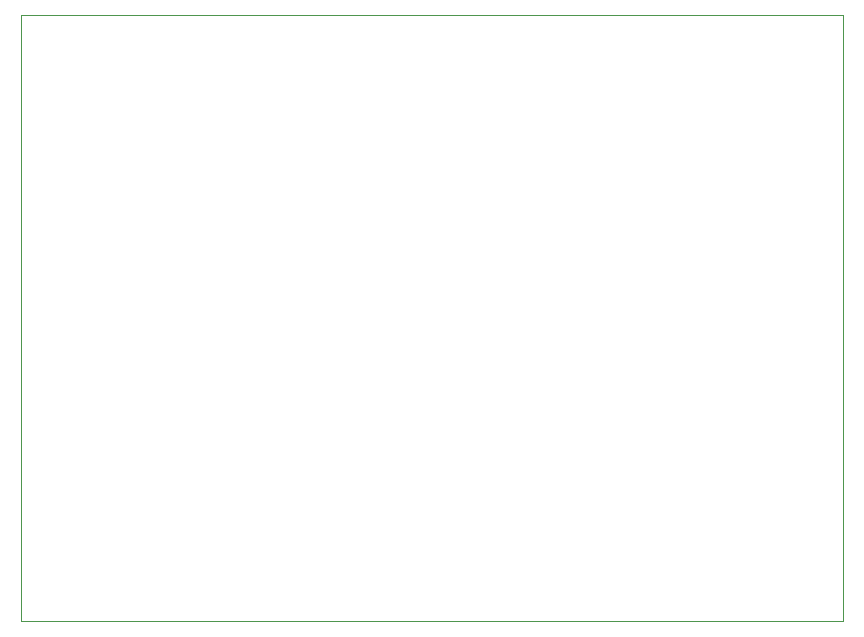
<source format=gm1>
%TF.GenerationSoftware,KiCad,Pcbnew,7.0.2*%
%TF.CreationDate,2023-06-10T17:52:00+02:00*%
%TF.ProjectId,USBCPD_PCB,55534243-5044-45f5-9043-422e6b696361,rev?*%
%TF.SameCoordinates,Original*%
%TF.FileFunction,Profile,NP*%
%FSLAX46Y46*%
G04 Gerber Fmt 4.6, Leading zero omitted, Abs format (unit mm)*
G04 Created by KiCad (PCBNEW 7.0.2) date 2023-06-10 17:52:00*
%MOMM*%
%LPD*%
G01*
G04 APERTURE LIST*
%TA.AperFunction,Profile*%
%ADD10C,0.100000*%
%TD*%
G04 APERTURE END LIST*
D10*
X175768000Y-75184000D02*
X175768000Y-126492000D01*
X106172000Y-126492000D02*
X106172000Y-75184000D01*
X175768000Y-126492000D02*
X106172000Y-126492000D01*
X106172000Y-75184000D02*
X175768000Y-75184000D01*
M02*

</source>
